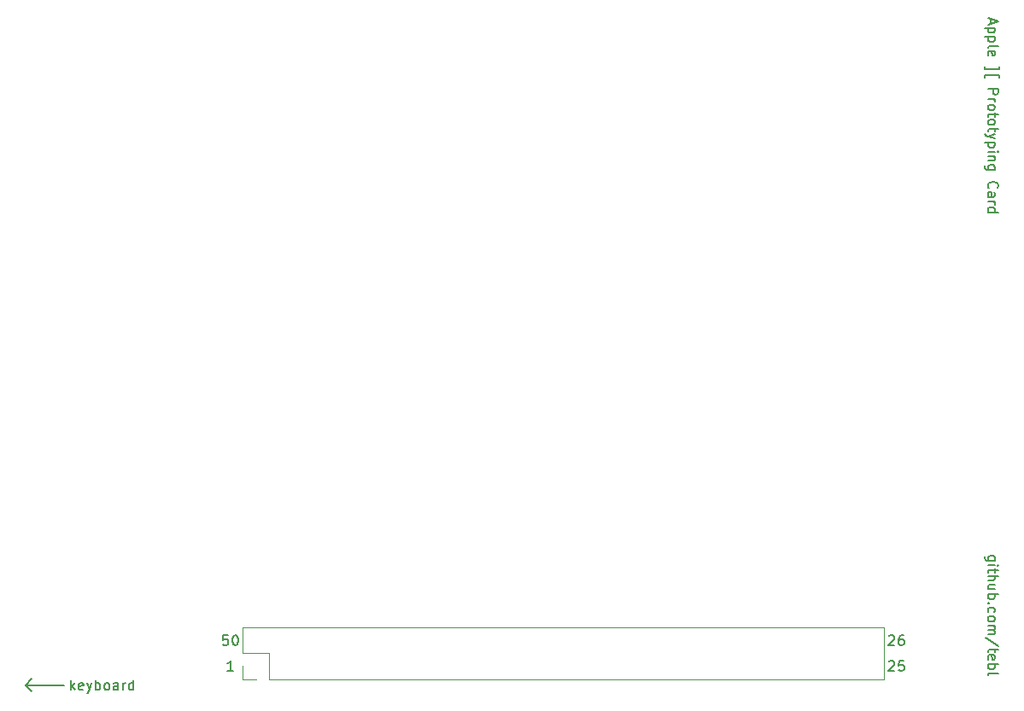
<source format=gto>
G04 #@! TF.FileFunction,Legend,Top*
%FSLAX46Y46*%
G04 Gerber Fmt 4.6, Leading zero omitted, Abs format (unit mm)*
G04 Created by KiCad (PCBNEW 4.0.7) date 08/21/19 17:33:11*
%MOMM*%
%LPD*%
G01*
G04 APERTURE LIST*
%ADD10C,0.100000*%
%ADD11C,0.200000*%
%ADD12C,0.150000*%
%ADD13C,0.120000*%
G04 APERTURE END LIST*
D10*
D11*
X165735000Y-130810000D02*
X169545000Y-130810000D01*
X165735000Y-130810000D02*
X166370000Y-131445000D01*
X166370000Y-130175000D02*
X165735000Y-130810000D01*
D12*
X170259761Y-131262381D02*
X170259761Y-130262381D01*
X170354999Y-130881429D02*
X170640714Y-131262381D01*
X170640714Y-130595714D02*
X170259761Y-130976667D01*
X171450238Y-131214762D02*
X171355000Y-131262381D01*
X171164523Y-131262381D01*
X171069285Y-131214762D01*
X171021666Y-131119524D01*
X171021666Y-130738571D01*
X171069285Y-130643333D01*
X171164523Y-130595714D01*
X171355000Y-130595714D01*
X171450238Y-130643333D01*
X171497857Y-130738571D01*
X171497857Y-130833810D01*
X171021666Y-130929048D01*
X171831190Y-130595714D02*
X172069285Y-131262381D01*
X172307381Y-130595714D02*
X172069285Y-131262381D01*
X171974047Y-131500476D01*
X171926428Y-131548095D01*
X171831190Y-131595714D01*
X172688333Y-131262381D02*
X172688333Y-130262381D01*
X172688333Y-130643333D02*
X172783571Y-130595714D01*
X172974048Y-130595714D01*
X173069286Y-130643333D01*
X173116905Y-130690952D01*
X173164524Y-130786190D01*
X173164524Y-131071905D01*
X173116905Y-131167143D01*
X173069286Y-131214762D01*
X172974048Y-131262381D01*
X172783571Y-131262381D01*
X172688333Y-131214762D01*
X173735952Y-131262381D02*
X173640714Y-131214762D01*
X173593095Y-131167143D01*
X173545476Y-131071905D01*
X173545476Y-130786190D01*
X173593095Y-130690952D01*
X173640714Y-130643333D01*
X173735952Y-130595714D01*
X173878810Y-130595714D01*
X173974048Y-130643333D01*
X174021667Y-130690952D01*
X174069286Y-130786190D01*
X174069286Y-131071905D01*
X174021667Y-131167143D01*
X173974048Y-131214762D01*
X173878810Y-131262381D01*
X173735952Y-131262381D01*
X174926429Y-131262381D02*
X174926429Y-130738571D01*
X174878810Y-130643333D01*
X174783572Y-130595714D01*
X174593095Y-130595714D01*
X174497857Y-130643333D01*
X174926429Y-131214762D02*
X174831191Y-131262381D01*
X174593095Y-131262381D01*
X174497857Y-131214762D01*
X174450238Y-131119524D01*
X174450238Y-131024286D01*
X174497857Y-130929048D01*
X174593095Y-130881429D01*
X174831191Y-130881429D01*
X174926429Y-130833810D01*
X175402619Y-131262381D02*
X175402619Y-130595714D01*
X175402619Y-130786190D02*
X175450238Y-130690952D01*
X175497857Y-130643333D01*
X175593095Y-130595714D01*
X175688334Y-130595714D01*
X176450239Y-131262381D02*
X176450239Y-130262381D01*
X176450239Y-131214762D02*
X176355001Y-131262381D01*
X176164524Y-131262381D01*
X176069286Y-131214762D01*
X176021667Y-131167143D01*
X175974048Y-131071905D01*
X175974048Y-130786190D01*
X176021667Y-130690952D01*
X176069286Y-130643333D01*
X176164524Y-130595714D01*
X176355001Y-130595714D01*
X176450239Y-130643333D01*
X261834286Y-118420238D02*
X261024762Y-118420238D01*
X260929524Y-118372619D01*
X260881905Y-118325000D01*
X260834286Y-118229761D01*
X260834286Y-118086904D01*
X260881905Y-117991666D01*
X261215238Y-118420238D02*
X261167619Y-118325000D01*
X261167619Y-118134523D01*
X261215238Y-118039285D01*
X261262857Y-117991666D01*
X261358095Y-117944047D01*
X261643810Y-117944047D01*
X261739048Y-117991666D01*
X261786667Y-118039285D01*
X261834286Y-118134523D01*
X261834286Y-118325000D01*
X261786667Y-118420238D01*
X261167619Y-118896428D02*
X261834286Y-118896428D01*
X262167619Y-118896428D02*
X262120000Y-118848809D01*
X262072381Y-118896428D01*
X262120000Y-118944047D01*
X262167619Y-118896428D01*
X262072381Y-118896428D01*
X261834286Y-119229761D02*
X261834286Y-119610713D01*
X262167619Y-119372618D02*
X261310476Y-119372618D01*
X261215238Y-119420237D01*
X261167619Y-119515475D01*
X261167619Y-119610713D01*
X261167619Y-119944047D02*
X262167619Y-119944047D01*
X261167619Y-120372619D02*
X261691429Y-120372619D01*
X261786667Y-120325000D01*
X261834286Y-120229762D01*
X261834286Y-120086904D01*
X261786667Y-119991666D01*
X261739048Y-119944047D01*
X261834286Y-121277381D02*
X261167619Y-121277381D01*
X261834286Y-120848809D02*
X261310476Y-120848809D01*
X261215238Y-120896428D01*
X261167619Y-120991666D01*
X261167619Y-121134524D01*
X261215238Y-121229762D01*
X261262857Y-121277381D01*
X261167619Y-121753571D02*
X262167619Y-121753571D01*
X261786667Y-121753571D02*
X261834286Y-121848809D01*
X261834286Y-122039286D01*
X261786667Y-122134524D01*
X261739048Y-122182143D01*
X261643810Y-122229762D01*
X261358095Y-122229762D01*
X261262857Y-122182143D01*
X261215238Y-122134524D01*
X261167619Y-122039286D01*
X261167619Y-121848809D01*
X261215238Y-121753571D01*
X261262857Y-122658333D02*
X261215238Y-122705952D01*
X261167619Y-122658333D01*
X261215238Y-122610714D01*
X261262857Y-122658333D01*
X261167619Y-122658333D01*
X261215238Y-123563095D02*
X261167619Y-123467857D01*
X261167619Y-123277380D01*
X261215238Y-123182142D01*
X261262857Y-123134523D01*
X261358095Y-123086904D01*
X261643810Y-123086904D01*
X261739048Y-123134523D01*
X261786667Y-123182142D01*
X261834286Y-123277380D01*
X261834286Y-123467857D01*
X261786667Y-123563095D01*
X261167619Y-124134523D02*
X261215238Y-124039285D01*
X261262857Y-123991666D01*
X261358095Y-123944047D01*
X261643810Y-123944047D01*
X261739048Y-123991666D01*
X261786667Y-124039285D01*
X261834286Y-124134523D01*
X261834286Y-124277381D01*
X261786667Y-124372619D01*
X261739048Y-124420238D01*
X261643810Y-124467857D01*
X261358095Y-124467857D01*
X261262857Y-124420238D01*
X261215238Y-124372619D01*
X261167619Y-124277381D01*
X261167619Y-124134523D01*
X261167619Y-124896428D02*
X261834286Y-124896428D01*
X261739048Y-124896428D02*
X261786667Y-124944047D01*
X261834286Y-125039285D01*
X261834286Y-125182143D01*
X261786667Y-125277381D01*
X261691429Y-125325000D01*
X261167619Y-125325000D01*
X261691429Y-125325000D02*
X261786667Y-125372619D01*
X261834286Y-125467857D01*
X261834286Y-125610714D01*
X261786667Y-125705952D01*
X261691429Y-125753571D01*
X261167619Y-125753571D01*
X262215238Y-126944047D02*
X260929524Y-126086904D01*
X261834286Y-127134523D02*
X261834286Y-127515475D01*
X262167619Y-127277380D02*
X261310476Y-127277380D01*
X261215238Y-127324999D01*
X261167619Y-127420237D01*
X261167619Y-127515475D01*
X261215238Y-128229762D02*
X261167619Y-128134524D01*
X261167619Y-127944047D01*
X261215238Y-127848809D01*
X261310476Y-127801190D01*
X261691429Y-127801190D01*
X261786667Y-127848809D01*
X261834286Y-127944047D01*
X261834286Y-128134524D01*
X261786667Y-128229762D01*
X261691429Y-128277381D01*
X261596190Y-128277381D01*
X261500952Y-127801190D01*
X261167619Y-128705952D02*
X262167619Y-128705952D01*
X261786667Y-128705952D02*
X261834286Y-128801190D01*
X261834286Y-128991667D01*
X261786667Y-129086905D01*
X261739048Y-129134524D01*
X261643810Y-129182143D01*
X261358095Y-129182143D01*
X261262857Y-129134524D01*
X261215238Y-129086905D01*
X261167619Y-128991667D01*
X261167619Y-128801190D01*
X261215238Y-128705952D01*
X261167619Y-129753571D02*
X261215238Y-129658333D01*
X261310476Y-129610714D01*
X262167619Y-129610714D01*
X261453333Y-64675950D02*
X261453333Y-65152141D01*
X261167619Y-64580712D02*
X262167619Y-64914045D01*
X261167619Y-65247379D01*
X261834286Y-65580712D02*
X260834286Y-65580712D01*
X261786667Y-65580712D02*
X261834286Y-65675950D01*
X261834286Y-65866427D01*
X261786667Y-65961665D01*
X261739048Y-66009284D01*
X261643810Y-66056903D01*
X261358095Y-66056903D01*
X261262857Y-66009284D01*
X261215238Y-65961665D01*
X261167619Y-65866427D01*
X261167619Y-65675950D01*
X261215238Y-65580712D01*
X261834286Y-66485474D02*
X260834286Y-66485474D01*
X261786667Y-66485474D02*
X261834286Y-66580712D01*
X261834286Y-66771189D01*
X261786667Y-66866427D01*
X261739048Y-66914046D01*
X261643810Y-66961665D01*
X261358095Y-66961665D01*
X261262857Y-66914046D01*
X261215238Y-66866427D01*
X261167619Y-66771189D01*
X261167619Y-66580712D01*
X261215238Y-66485474D01*
X261167619Y-67533093D02*
X261215238Y-67437855D01*
X261310476Y-67390236D01*
X262167619Y-67390236D01*
X261215238Y-68294999D02*
X261167619Y-68199761D01*
X261167619Y-68009284D01*
X261215238Y-67914046D01*
X261310476Y-67866427D01*
X261691429Y-67866427D01*
X261786667Y-67914046D01*
X261834286Y-68009284D01*
X261834286Y-68199761D01*
X261786667Y-68294999D01*
X261691429Y-68342618D01*
X261596190Y-68342618D01*
X261500952Y-67866427D01*
X260834286Y-69437856D02*
X260834286Y-69675951D01*
X262262857Y-69675951D01*
X262262857Y-69437856D01*
X260834286Y-70485476D02*
X260834286Y-70247380D01*
X262262857Y-70247380D01*
X262262857Y-70485476D01*
X261167619Y-71628333D02*
X262167619Y-71628333D01*
X262167619Y-72009286D01*
X262120000Y-72104524D01*
X262072381Y-72152143D01*
X261977143Y-72199762D01*
X261834286Y-72199762D01*
X261739048Y-72152143D01*
X261691429Y-72104524D01*
X261643810Y-72009286D01*
X261643810Y-71628333D01*
X261167619Y-72628333D02*
X261834286Y-72628333D01*
X261643810Y-72628333D02*
X261739048Y-72675952D01*
X261786667Y-72723571D01*
X261834286Y-72818809D01*
X261834286Y-72914048D01*
X261167619Y-73390238D02*
X261215238Y-73295000D01*
X261262857Y-73247381D01*
X261358095Y-73199762D01*
X261643810Y-73199762D01*
X261739048Y-73247381D01*
X261786667Y-73295000D01*
X261834286Y-73390238D01*
X261834286Y-73533096D01*
X261786667Y-73628334D01*
X261739048Y-73675953D01*
X261643810Y-73723572D01*
X261358095Y-73723572D01*
X261262857Y-73675953D01*
X261215238Y-73628334D01*
X261167619Y-73533096D01*
X261167619Y-73390238D01*
X261834286Y-74009286D02*
X261834286Y-74390238D01*
X262167619Y-74152143D02*
X261310476Y-74152143D01*
X261215238Y-74199762D01*
X261167619Y-74295000D01*
X261167619Y-74390238D01*
X261167619Y-74866429D02*
X261215238Y-74771191D01*
X261262857Y-74723572D01*
X261358095Y-74675953D01*
X261643810Y-74675953D01*
X261739048Y-74723572D01*
X261786667Y-74771191D01*
X261834286Y-74866429D01*
X261834286Y-75009287D01*
X261786667Y-75104525D01*
X261739048Y-75152144D01*
X261643810Y-75199763D01*
X261358095Y-75199763D01*
X261262857Y-75152144D01*
X261215238Y-75104525D01*
X261167619Y-75009287D01*
X261167619Y-74866429D01*
X261834286Y-75485477D02*
X261834286Y-75866429D01*
X262167619Y-75628334D02*
X261310476Y-75628334D01*
X261215238Y-75675953D01*
X261167619Y-75771191D01*
X261167619Y-75866429D01*
X261834286Y-76104525D02*
X261167619Y-76342620D01*
X261834286Y-76580716D02*
X261167619Y-76342620D01*
X260929524Y-76247382D01*
X260881905Y-76199763D01*
X260834286Y-76104525D01*
X261834286Y-76961668D02*
X260834286Y-76961668D01*
X261786667Y-76961668D02*
X261834286Y-77056906D01*
X261834286Y-77247383D01*
X261786667Y-77342621D01*
X261739048Y-77390240D01*
X261643810Y-77437859D01*
X261358095Y-77437859D01*
X261262857Y-77390240D01*
X261215238Y-77342621D01*
X261167619Y-77247383D01*
X261167619Y-77056906D01*
X261215238Y-76961668D01*
X261167619Y-77866430D02*
X261834286Y-77866430D01*
X262167619Y-77866430D02*
X262120000Y-77818811D01*
X262072381Y-77866430D01*
X262120000Y-77914049D01*
X262167619Y-77866430D01*
X262072381Y-77866430D01*
X261834286Y-78342620D02*
X261167619Y-78342620D01*
X261739048Y-78342620D02*
X261786667Y-78390239D01*
X261834286Y-78485477D01*
X261834286Y-78628335D01*
X261786667Y-78723573D01*
X261691429Y-78771192D01*
X261167619Y-78771192D01*
X261834286Y-79675954D02*
X261024762Y-79675954D01*
X260929524Y-79628335D01*
X260881905Y-79580716D01*
X260834286Y-79485477D01*
X260834286Y-79342620D01*
X260881905Y-79247382D01*
X261215238Y-79675954D02*
X261167619Y-79580716D01*
X261167619Y-79390239D01*
X261215238Y-79295001D01*
X261262857Y-79247382D01*
X261358095Y-79199763D01*
X261643810Y-79199763D01*
X261739048Y-79247382D01*
X261786667Y-79295001D01*
X261834286Y-79390239D01*
X261834286Y-79580716D01*
X261786667Y-79675954D01*
X261262857Y-81485478D02*
X261215238Y-81437859D01*
X261167619Y-81295002D01*
X261167619Y-81199764D01*
X261215238Y-81056906D01*
X261310476Y-80961668D01*
X261405714Y-80914049D01*
X261596190Y-80866430D01*
X261739048Y-80866430D01*
X261929524Y-80914049D01*
X262024762Y-80961668D01*
X262120000Y-81056906D01*
X262167619Y-81199764D01*
X262167619Y-81295002D01*
X262120000Y-81437859D01*
X262072381Y-81485478D01*
X261167619Y-82342621D02*
X261691429Y-82342621D01*
X261786667Y-82295002D01*
X261834286Y-82199764D01*
X261834286Y-82009287D01*
X261786667Y-81914049D01*
X261215238Y-82342621D02*
X261167619Y-82247383D01*
X261167619Y-82009287D01*
X261215238Y-81914049D01*
X261310476Y-81866430D01*
X261405714Y-81866430D01*
X261500952Y-81914049D01*
X261548571Y-82009287D01*
X261548571Y-82247383D01*
X261596190Y-82342621D01*
X261167619Y-82818811D02*
X261834286Y-82818811D01*
X261643810Y-82818811D02*
X261739048Y-82866430D01*
X261786667Y-82914049D01*
X261834286Y-83009287D01*
X261834286Y-83104526D01*
X261167619Y-83866431D02*
X262167619Y-83866431D01*
X261215238Y-83866431D02*
X261167619Y-83771193D01*
X261167619Y-83580716D01*
X261215238Y-83485478D01*
X261262857Y-83437859D01*
X261358095Y-83390240D01*
X261643810Y-83390240D01*
X261739048Y-83437859D01*
X261786667Y-83485478D01*
X261834286Y-83580716D01*
X261834286Y-83771193D01*
X261786667Y-83866431D01*
X251333095Y-128452619D02*
X251380714Y-128405000D01*
X251475952Y-128357381D01*
X251714048Y-128357381D01*
X251809286Y-128405000D01*
X251856905Y-128452619D01*
X251904524Y-128547857D01*
X251904524Y-128643095D01*
X251856905Y-128785952D01*
X251285476Y-129357381D01*
X251904524Y-129357381D01*
X252809286Y-128357381D02*
X252333095Y-128357381D01*
X252285476Y-128833571D01*
X252333095Y-128785952D01*
X252428333Y-128738333D01*
X252666429Y-128738333D01*
X252761667Y-128785952D01*
X252809286Y-128833571D01*
X252856905Y-128928810D01*
X252856905Y-129166905D01*
X252809286Y-129262143D01*
X252761667Y-129309762D01*
X252666429Y-129357381D01*
X252428333Y-129357381D01*
X252333095Y-129309762D01*
X252285476Y-129262143D01*
X251333095Y-125912619D02*
X251380714Y-125865000D01*
X251475952Y-125817381D01*
X251714048Y-125817381D01*
X251809286Y-125865000D01*
X251856905Y-125912619D01*
X251904524Y-126007857D01*
X251904524Y-126103095D01*
X251856905Y-126245952D01*
X251285476Y-126817381D01*
X251904524Y-126817381D01*
X252761667Y-125817381D02*
X252571190Y-125817381D01*
X252475952Y-125865000D01*
X252428333Y-125912619D01*
X252333095Y-126055476D01*
X252285476Y-126245952D01*
X252285476Y-126626905D01*
X252333095Y-126722143D01*
X252380714Y-126769762D01*
X252475952Y-126817381D01*
X252666429Y-126817381D01*
X252761667Y-126769762D01*
X252809286Y-126722143D01*
X252856905Y-126626905D01*
X252856905Y-126388810D01*
X252809286Y-126293571D01*
X252761667Y-126245952D01*
X252666429Y-126198333D01*
X252475952Y-126198333D01*
X252380714Y-126245952D01*
X252333095Y-126293571D01*
X252285476Y-126388810D01*
X185816905Y-125817381D02*
X185340714Y-125817381D01*
X185293095Y-126293571D01*
X185340714Y-126245952D01*
X185435952Y-126198333D01*
X185674048Y-126198333D01*
X185769286Y-126245952D01*
X185816905Y-126293571D01*
X185864524Y-126388810D01*
X185864524Y-126626905D01*
X185816905Y-126722143D01*
X185769286Y-126769762D01*
X185674048Y-126817381D01*
X185435952Y-126817381D01*
X185340714Y-126769762D01*
X185293095Y-126722143D01*
X186483571Y-125817381D02*
X186578810Y-125817381D01*
X186674048Y-125865000D01*
X186721667Y-125912619D01*
X186769286Y-126007857D01*
X186816905Y-126198333D01*
X186816905Y-126436429D01*
X186769286Y-126626905D01*
X186721667Y-126722143D01*
X186674048Y-126769762D01*
X186578810Y-126817381D01*
X186483571Y-126817381D01*
X186388333Y-126769762D01*
X186340714Y-126722143D01*
X186293095Y-126626905D01*
X186245476Y-126436429D01*
X186245476Y-126198333D01*
X186293095Y-126007857D01*
X186340714Y-125912619D01*
X186388333Y-125865000D01*
X186483571Y-125817381D01*
X186340715Y-129357381D02*
X185769286Y-129357381D01*
X186055000Y-129357381D02*
X186055000Y-128357381D01*
X185959762Y-128500238D01*
X185864524Y-128595476D01*
X185769286Y-128643095D01*
D13*
X250885000Y-130235000D02*
X250885000Y-125035000D01*
X189865000Y-130235000D02*
X250885000Y-130235000D01*
X187265000Y-125035000D02*
X250885000Y-125035000D01*
X189865000Y-130235000D02*
X189865000Y-127635000D01*
X189865000Y-127635000D02*
X187265000Y-127635000D01*
X187265000Y-127635000D02*
X187265000Y-125035000D01*
X188595000Y-130235000D02*
X187265000Y-130235000D01*
X187265000Y-130235000D02*
X187265000Y-128905000D01*
M02*

</source>
